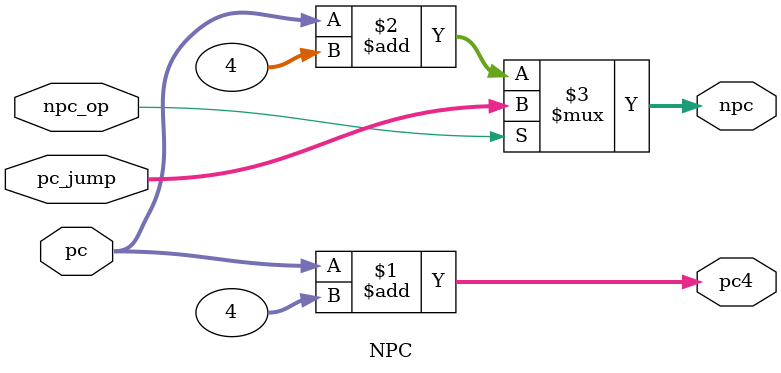
<source format=v>
`include "defines.vh"

module NPC(
    //input
    input wire         npc_op,       
    input wire  [31:0] pc,
    input wire  [31:0] pc_jump,
    //output
    output wire [31:0] pc4,
    output wire [31:0] npc
);

    assign pc4 = pc + 32'd4; 
    assign npc = npc_op? pc_jump : pc + 32'd4;

endmodule
</source>
